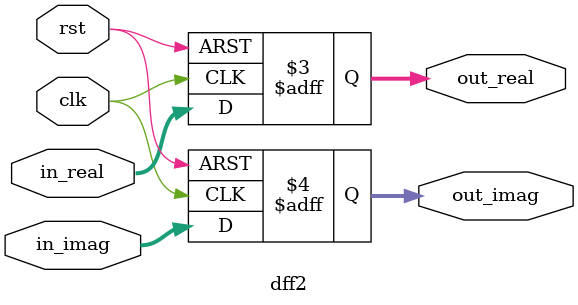
<source format=v>
`timescale 1ns / 1ps


module dff2( clk,
             rst,
             in_real,
             in_imag,
             out_real,
             out_imag );
    input clk;
    input rst;
    input signed [13:0] in_real;
    input signed [13:0] in_imag;
    output signed [13:0] out_real;
    output signed [13:0] out_imag;
    
    reg signed [13:0] out_real;
    reg signed [13:0] out_imag;
    
    always@(posedge clk or posedge rst) begin
        if (rst == 1) begin
            out_real <= 0;
            out_imag <= 0;
        end else begin
            out_real <= in_real;
            out_imag <= in_imag;
        end
    end
endmodule

</source>
